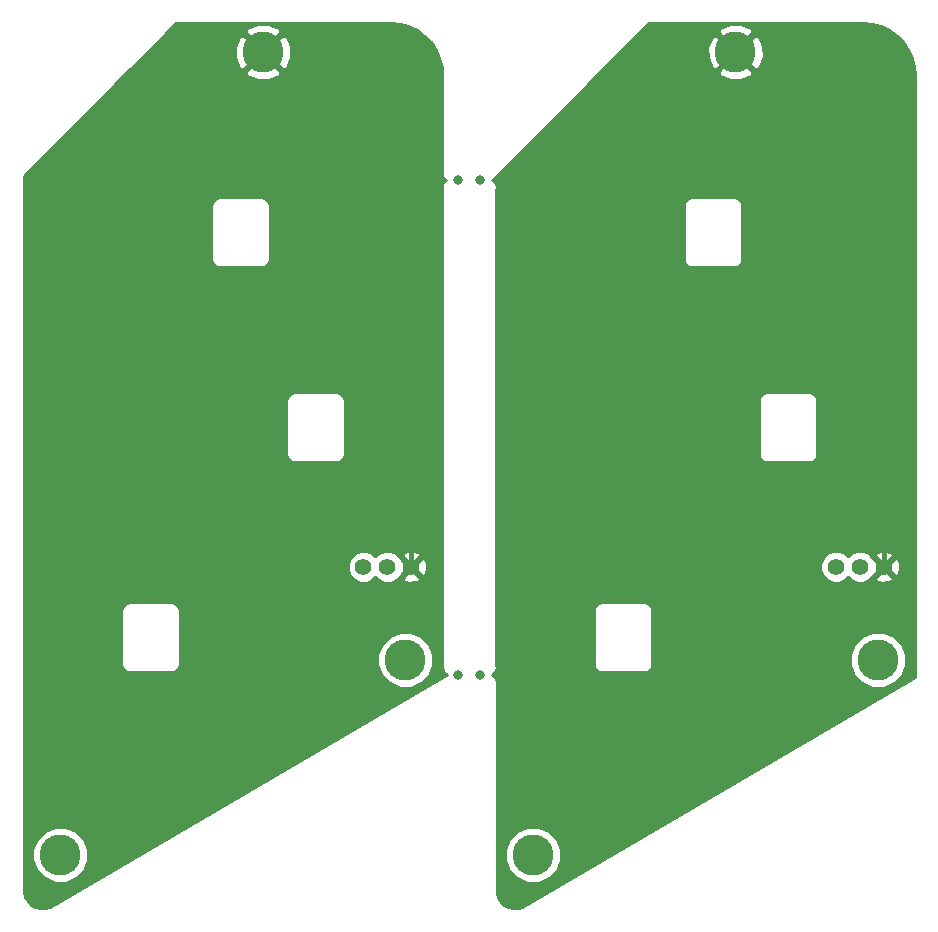
<source format=gtl>
G04 #@! TF.GenerationSoftware,KiCad,Pcbnew,5.0.2-bee76a0~70~ubuntu18.04.1*
G04 #@! TF.CreationDate,2019-06-15T01:44:12+09:00*
G04 #@! TF.ProjectId,shield,73686965-6c64-42e6-9b69-6361645f7063,rev?*
G04 #@! TF.SameCoordinates,Original*
G04 #@! TF.FileFunction,Copper,L1,Top*
G04 #@! TF.FilePolarity,Positive*
%FSLAX46Y46*%
G04 Gerber Fmt 4.6, Leading zero omitted, Abs format (unit mm)*
G04 Created by KiCad (PCBNEW 5.0.2-bee76a0~70~ubuntu18.04.1) date 2019年06月15日 01時44分12秒*
%MOMM*%
%LPD*%
G01*
G04 APERTURE LIST*
G04 #@! TA.AperFunction,ComponentPad*
%ADD10C,1.397000*%
G04 #@! TD*
G04 #@! TA.AperFunction,ComponentPad*
%ADD11C,3.470000*%
G04 #@! TD*
G04 #@! TA.AperFunction,ViaPad*
%ADD12C,0.800000*%
G04 #@! TD*
G04 #@! TA.AperFunction,Conductor*
%ADD13C,0.400000*%
G04 #@! TD*
G04 #@! TA.AperFunction,Conductor*
%ADD14C,0.254000*%
G04 #@! TD*
G04 APERTURE END LIST*
D10*
G04 #@! TO.P,GND,1*
G04 #@! TO.N,GND*
X133858000Y-67691000D03*
G04 #@! TD*
D11*
G04 #@! TO.P,J5,1*
G04 #@! TO.N,GND*
X121285000Y-24130000D03*
G04 #@! TD*
G04 #@! TO.P,J4,1*
G04 #@! TO.N,VCC*
X104140000Y-92075000D03*
G04 #@! TD*
G04 #@! TO.P,J3,1*
G04 #@! TO.N,LED*
X133350000Y-75565000D03*
G04 #@! TD*
D10*
G04 #@! TO.P,VCC,1*
G04 #@! TO.N,VCC*
X129794000Y-67691000D03*
G04 #@! TD*
G04 #@! TO.P,LED,1*
G04 #@! TO.N,LED*
X131826000Y-67691000D03*
G04 #@! TD*
G04 #@! TO.P,GND,1*
G04 #@! TO.N,GND*
X93853000Y-67691000D03*
G04 #@! TD*
G04 #@! TO.P,VCC,1*
G04 #@! TO.N,VCC*
X89789000Y-67691000D03*
G04 #@! TD*
G04 #@! TO.P,LED,1*
G04 #@! TO.N,LED*
X91821000Y-67691000D03*
G04 #@! TD*
D11*
G04 #@! TO.P,J4,1*
G04 #@! TO.N,VCC*
X64135000Y-92075000D03*
G04 #@! TD*
G04 #@! TO.P,J5,1*
G04 #@! TO.N,GND*
X81280000Y-24130000D03*
G04 #@! TD*
G04 #@! TO.P,J3,1*
G04 #@! TO.N,LED*
X93345000Y-75565000D03*
G04 #@! TD*
D12*
G04 #@! TO.N,GND*
X97790000Y-34925000D03*
X99695000Y-34925000D03*
X97790000Y-76835000D03*
X99695000Y-76835000D03*
X90170000Y-72390000D03*
X85090000Y-52070000D03*
X130175000Y-72390000D03*
X125095000Y-52070000D03*
G04 #@! TD*
D13*
G04 #@! TO.N,GND*
X93853000Y-36703000D02*
X93853000Y-67691000D01*
X81280000Y-24130000D02*
X93853000Y-36703000D01*
X133858000Y-36703000D02*
X133858000Y-67691000D01*
X121285000Y-24130000D02*
X133858000Y-36703000D01*
G04 #@! TD*
D14*
G04 #@! TO.N,GND*
G36*
X92848358Y-21736842D02*
X93597277Y-21941723D01*
X94298072Y-22275986D01*
X94928605Y-22729069D01*
X95468934Y-23286645D01*
X95901989Y-23931099D01*
X96214073Y-24642044D01*
X96396640Y-25402493D01*
X96432980Y-25897356D01*
X96420000Y-25962613D01*
X96420001Y-34217607D01*
X96405601Y-34290000D01*
X96462646Y-34576783D01*
X96625095Y-34819905D01*
X96782381Y-34925000D01*
X96625095Y-35030095D01*
X96462646Y-35273217D01*
X96405601Y-35560000D01*
X96445001Y-35758076D01*
X96445000Y-76130074D01*
X96431091Y-76200000D01*
X96486195Y-76477028D01*
X96643119Y-76711881D01*
X96776787Y-76801195D01*
X96827379Y-76835000D01*
X96778203Y-76867859D01*
X63212088Y-96500869D01*
X62826308Y-96605314D01*
X62412704Y-96606388D01*
X62012922Y-96500379D01*
X61654196Y-96294510D01*
X61360974Y-96002807D01*
X61153245Y-95645158D01*
X61035000Y-95208403D01*
X61035000Y-91603578D01*
X61765000Y-91603578D01*
X61765000Y-92546422D01*
X62125811Y-93417497D01*
X62792503Y-94084189D01*
X63663578Y-94445000D01*
X64606422Y-94445000D01*
X65477497Y-94084189D01*
X66144189Y-93417497D01*
X66505000Y-92546422D01*
X66505000Y-91603578D01*
X66144189Y-90732503D01*
X65477497Y-90065811D01*
X64606422Y-89705000D01*
X63663578Y-89705000D01*
X62792503Y-90065811D01*
X62125811Y-90732503D01*
X61765000Y-91603578D01*
X61035000Y-91603578D01*
X61035000Y-71410000D01*
X69281091Y-71410000D01*
X69295000Y-71479926D01*
X69295001Y-75840069D01*
X69281091Y-75910000D01*
X69336195Y-76187028D01*
X69493119Y-76421881D01*
X69727972Y-76578805D01*
X69935074Y-76620000D01*
X69935075Y-76620000D01*
X70005000Y-76633909D01*
X70074926Y-76620000D01*
X73435075Y-76620000D01*
X73505000Y-76633909D01*
X73782028Y-76578805D01*
X74016881Y-76421881D01*
X74173805Y-76187028D01*
X74215000Y-75979926D01*
X74228909Y-75910000D01*
X74215000Y-75840074D01*
X74215000Y-75093578D01*
X90975000Y-75093578D01*
X90975000Y-76036422D01*
X91335811Y-76907497D01*
X92002503Y-77574189D01*
X92873578Y-77935000D01*
X93816422Y-77935000D01*
X94687497Y-77574189D01*
X95354189Y-76907497D01*
X95715000Y-76036422D01*
X95715000Y-75093578D01*
X95354189Y-74222503D01*
X94687497Y-73555811D01*
X93816422Y-73195000D01*
X92873578Y-73195000D01*
X92002503Y-73555811D01*
X91335811Y-74222503D01*
X90975000Y-75093578D01*
X74215000Y-75093578D01*
X74215000Y-71479926D01*
X74228909Y-71410000D01*
X74173805Y-71132972D01*
X74016881Y-70898119D01*
X73782028Y-70741195D01*
X73574926Y-70700000D01*
X73574925Y-70700000D01*
X73505000Y-70686091D01*
X73435074Y-70700000D01*
X70074925Y-70700000D01*
X70005000Y-70686091D01*
X69935074Y-70700000D01*
X69727972Y-70741195D01*
X69493119Y-70898119D01*
X69336195Y-71132972D01*
X69281091Y-71410000D01*
X61035000Y-71410000D01*
X61035000Y-67425750D01*
X88455500Y-67425750D01*
X88455500Y-67956250D01*
X88658513Y-68446367D01*
X89033633Y-68821487D01*
X89523750Y-69024500D01*
X90054250Y-69024500D01*
X90544367Y-68821487D01*
X90805000Y-68560854D01*
X91065633Y-68821487D01*
X91555750Y-69024500D01*
X92086250Y-69024500D01*
X92576367Y-68821487D01*
X92772666Y-68625188D01*
X93098417Y-68625188D01*
X93160071Y-68860800D01*
X93660480Y-69036927D01*
X94190199Y-69008148D01*
X94545929Y-68860800D01*
X94607583Y-68625188D01*
X93853000Y-67870605D01*
X93098417Y-68625188D01*
X92772666Y-68625188D01*
X92951487Y-68446367D01*
X92975146Y-68389249D01*
X93673395Y-67691000D01*
X94032605Y-67691000D01*
X94787188Y-68445583D01*
X95022800Y-68383929D01*
X95198927Y-67883520D01*
X95170148Y-67353801D01*
X95022800Y-66998071D01*
X94787188Y-66936417D01*
X94032605Y-67691000D01*
X93673395Y-67691000D01*
X92975146Y-66992751D01*
X92951487Y-66935633D01*
X92772666Y-66756812D01*
X93098417Y-66756812D01*
X93853000Y-67511395D01*
X94607583Y-66756812D01*
X94545929Y-66521200D01*
X94045520Y-66345073D01*
X93515801Y-66373852D01*
X93160071Y-66521200D01*
X93098417Y-66756812D01*
X92772666Y-66756812D01*
X92576367Y-66560513D01*
X92086250Y-66357500D01*
X91555750Y-66357500D01*
X91065633Y-66560513D01*
X90805000Y-66821146D01*
X90544367Y-66560513D01*
X90054250Y-66357500D01*
X89523750Y-66357500D01*
X89033633Y-66560513D01*
X88658513Y-66935633D01*
X88455500Y-67425750D01*
X61035000Y-67425750D01*
X61035000Y-53630000D01*
X83251091Y-53630000D01*
X83265000Y-53699926D01*
X83265001Y-58060069D01*
X83251091Y-58130000D01*
X83306195Y-58407028D01*
X83463119Y-58641881D01*
X83697972Y-58798805D01*
X83905074Y-58840000D01*
X83905075Y-58840000D01*
X83975000Y-58853909D01*
X84044926Y-58840000D01*
X87405075Y-58840000D01*
X87475000Y-58853909D01*
X87752028Y-58798805D01*
X87986881Y-58641881D01*
X88143805Y-58407028D01*
X88185000Y-58199926D01*
X88198909Y-58130000D01*
X88185000Y-58060074D01*
X88185000Y-53699926D01*
X88198909Y-53630000D01*
X88143805Y-53352972D01*
X87986881Y-53118119D01*
X87752028Y-52961195D01*
X87544926Y-52920000D01*
X87544925Y-52920000D01*
X87475000Y-52906091D01*
X87405074Y-52920000D01*
X84044925Y-52920000D01*
X83975000Y-52906091D01*
X83905074Y-52920000D01*
X83697972Y-52961195D01*
X83463119Y-53118119D01*
X83306195Y-53352972D01*
X83251091Y-53630000D01*
X61035000Y-53630000D01*
X61035000Y-37120000D01*
X76901091Y-37120000D01*
X76915000Y-37189926D01*
X76915001Y-41550069D01*
X76901091Y-41620000D01*
X76956195Y-41897028D01*
X77113119Y-42131881D01*
X77347972Y-42288805D01*
X77555074Y-42330000D01*
X77555075Y-42330000D01*
X77625000Y-42343909D01*
X77694926Y-42330000D01*
X81055075Y-42330000D01*
X81125000Y-42343909D01*
X81402028Y-42288805D01*
X81636881Y-42131881D01*
X81793805Y-41897028D01*
X81835000Y-41689926D01*
X81848909Y-41620000D01*
X81835000Y-41550074D01*
X81835000Y-37189926D01*
X81848909Y-37120000D01*
X81793805Y-36842972D01*
X81636881Y-36608119D01*
X81402028Y-36451195D01*
X81194926Y-36410000D01*
X81194925Y-36410000D01*
X81125000Y-36396091D01*
X81055074Y-36410000D01*
X77694925Y-36410000D01*
X77625000Y-36396091D01*
X77555074Y-36410000D01*
X77347972Y-36451195D01*
X77113119Y-36608119D01*
X76956195Y-36842972D01*
X76901091Y-37120000D01*
X61035000Y-37120000D01*
X61035000Y-34584090D01*
X69805394Y-25813696D01*
X79775909Y-25813696D01*
X79964366Y-26156881D01*
X80840166Y-26506065D01*
X81782927Y-26493514D01*
X82595634Y-26156881D01*
X82784091Y-25813696D01*
X81280000Y-24309605D01*
X79775909Y-25813696D01*
X69805394Y-25813696D01*
X71928925Y-23690166D01*
X78903935Y-23690166D01*
X78916486Y-24632927D01*
X79253119Y-25445634D01*
X79596304Y-25634091D01*
X81100395Y-24130000D01*
X81459605Y-24130000D01*
X82963696Y-25634091D01*
X83306881Y-25445634D01*
X83656065Y-24569834D01*
X83643514Y-23627073D01*
X83306881Y-22814366D01*
X82963696Y-22625909D01*
X81459605Y-24130000D01*
X81100395Y-24130000D01*
X79596304Y-22625909D01*
X79253119Y-22814366D01*
X78903935Y-23690166D01*
X71928925Y-23690166D01*
X73172787Y-22446304D01*
X79775909Y-22446304D01*
X81280000Y-23950395D01*
X82784091Y-22446304D01*
X82595634Y-22103119D01*
X81719834Y-21753935D01*
X80777073Y-21766486D01*
X79964366Y-22103119D01*
X79775909Y-22446304D01*
X73172787Y-22446304D01*
X73954092Y-21665000D01*
X92043382Y-21665000D01*
X92848358Y-21736842D01*
X92848358Y-21736842D01*
G37*
X92848358Y-21736842D02*
X93597277Y-21941723D01*
X94298072Y-22275986D01*
X94928605Y-22729069D01*
X95468934Y-23286645D01*
X95901989Y-23931099D01*
X96214073Y-24642044D01*
X96396640Y-25402493D01*
X96432980Y-25897356D01*
X96420000Y-25962613D01*
X96420001Y-34217607D01*
X96405601Y-34290000D01*
X96462646Y-34576783D01*
X96625095Y-34819905D01*
X96782381Y-34925000D01*
X96625095Y-35030095D01*
X96462646Y-35273217D01*
X96405601Y-35560000D01*
X96445001Y-35758076D01*
X96445000Y-76130074D01*
X96431091Y-76200000D01*
X96486195Y-76477028D01*
X96643119Y-76711881D01*
X96776787Y-76801195D01*
X96827379Y-76835000D01*
X96778203Y-76867859D01*
X63212088Y-96500869D01*
X62826308Y-96605314D01*
X62412704Y-96606388D01*
X62012922Y-96500379D01*
X61654196Y-96294510D01*
X61360974Y-96002807D01*
X61153245Y-95645158D01*
X61035000Y-95208403D01*
X61035000Y-91603578D01*
X61765000Y-91603578D01*
X61765000Y-92546422D01*
X62125811Y-93417497D01*
X62792503Y-94084189D01*
X63663578Y-94445000D01*
X64606422Y-94445000D01*
X65477497Y-94084189D01*
X66144189Y-93417497D01*
X66505000Y-92546422D01*
X66505000Y-91603578D01*
X66144189Y-90732503D01*
X65477497Y-90065811D01*
X64606422Y-89705000D01*
X63663578Y-89705000D01*
X62792503Y-90065811D01*
X62125811Y-90732503D01*
X61765000Y-91603578D01*
X61035000Y-91603578D01*
X61035000Y-71410000D01*
X69281091Y-71410000D01*
X69295000Y-71479926D01*
X69295001Y-75840069D01*
X69281091Y-75910000D01*
X69336195Y-76187028D01*
X69493119Y-76421881D01*
X69727972Y-76578805D01*
X69935074Y-76620000D01*
X69935075Y-76620000D01*
X70005000Y-76633909D01*
X70074926Y-76620000D01*
X73435075Y-76620000D01*
X73505000Y-76633909D01*
X73782028Y-76578805D01*
X74016881Y-76421881D01*
X74173805Y-76187028D01*
X74215000Y-75979926D01*
X74228909Y-75910000D01*
X74215000Y-75840074D01*
X74215000Y-75093578D01*
X90975000Y-75093578D01*
X90975000Y-76036422D01*
X91335811Y-76907497D01*
X92002503Y-77574189D01*
X92873578Y-77935000D01*
X93816422Y-77935000D01*
X94687497Y-77574189D01*
X95354189Y-76907497D01*
X95715000Y-76036422D01*
X95715000Y-75093578D01*
X95354189Y-74222503D01*
X94687497Y-73555811D01*
X93816422Y-73195000D01*
X92873578Y-73195000D01*
X92002503Y-73555811D01*
X91335811Y-74222503D01*
X90975000Y-75093578D01*
X74215000Y-75093578D01*
X74215000Y-71479926D01*
X74228909Y-71410000D01*
X74173805Y-71132972D01*
X74016881Y-70898119D01*
X73782028Y-70741195D01*
X73574926Y-70700000D01*
X73574925Y-70700000D01*
X73505000Y-70686091D01*
X73435074Y-70700000D01*
X70074925Y-70700000D01*
X70005000Y-70686091D01*
X69935074Y-70700000D01*
X69727972Y-70741195D01*
X69493119Y-70898119D01*
X69336195Y-71132972D01*
X69281091Y-71410000D01*
X61035000Y-71410000D01*
X61035000Y-67425750D01*
X88455500Y-67425750D01*
X88455500Y-67956250D01*
X88658513Y-68446367D01*
X89033633Y-68821487D01*
X89523750Y-69024500D01*
X90054250Y-69024500D01*
X90544367Y-68821487D01*
X90805000Y-68560854D01*
X91065633Y-68821487D01*
X91555750Y-69024500D01*
X92086250Y-69024500D01*
X92576367Y-68821487D01*
X92772666Y-68625188D01*
X93098417Y-68625188D01*
X93160071Y-68860800D01*
X93660480Y-69036927D01*
X94190199Y-69008148D01*
X94545929Y-68860800D01*
X94607583Y-68625188D01*
X93853000Y-67870605D01*
X93098417Y-68625188D01*
X92772666Y-68625188D01*
X92951487Y-68446367D01*
X92975146Y-68389249D01*
X93673395Y-67691000D01*
X94032605Y-67691000D01*
X94787188Y-68445583D01*
X95022800Y-68383929D01*
X95198927Y-67883520D01*
X95170148Y-67353801D01*
X95022800Y-66998071D01*
X94787188Y-66936417D01*
X94032605Y-67691000D01*
X93673395Y-67691000D01*
X92975146Y-66992751D01*
X92951487Y-66935633D01*
X92772666Y-66756812D01*
X93098417Y-66756812D01*
X93853000Y-67511395D01*
X94607583Y-66756812D01*
X94545929Y-66521200D01*
X94045520Y-66345073D01*
X93515801Y-66373852D01*
X93160071Y-66521200D01*
X93098417Y-66756812D01*
X92772666Y-66756812D01*
X92576367Y-66560513D01*
X92086250Y-66357500D01*
X91555750Y-66357500D01*
X91065633Y-66560513D01*
X90805000Y-66821146D01*
X90544367Y-66560513D01*
X90054250Y-66357500D01*
X89523750Y-66357500D01*
X89033633Y-66560513D01*
X88658513Y-66935633D01*
X88455500Y-67425750D01*
X61035000Y-67425750D01*
X61035000Y-53630000D01*
X83251091Y-53630000D01*
X83265000Y-53699926D01*
X83265001Y-58060069D01*
X83251091Y-58130000D01*
X83306195Y-58407028D01*
X83463119Y-58641881D01*
X83697972Y-58798805D01*
X83905074Y-58840000D01*
X83905075Y-58840000D01*
X83975000Y-58853909D01*
X84044926Y-58840000D01*
X87405075Y-58840000D01*
X87475000Y-58853909D01*
X87752028Y-58798805D01*
X87986881Y-58641881D01*
X88143805Y-58407028D01*
X88185000Y-58199926D01*
X88198909Y-58130000D01*
X88185000Y-58060074D01*
X88185000Y-53699926D01*
X88198909Y-53630000D01*
X88143805Y-53352972D01*
X87986881Y-53118119D01*
X87752028Y-52961195D01*
X87544926Y-52920000D01*
X87544925Y-52920000D01*
X87475000Y-52906091D01*
X87405074Y-52920000D01*
X84044925Y-52920000D01*
X83975000Y-52906091D01*
X83905074Y-52920000D01*
X83697972Y-52961195D01*
X83463119Y-53118119D01*
X83306195Y-53352972D01*
X83251091Y-53630000D01*
X61035000Y-53630000D01*
X61035000Y-37120000D01*
X76901091Y-37120000D01*
X76915000Y-37189926D01*
X76915001Y-41550069D01*
X76901091Y-41620000D01*
X76956195Y-41897028D01*
X77113119Y-42131881D01*
X77347972Y-42288805D01*
X77555074Y-42330000D01*
X77555075Y-42330000D01*
X77625000Y-42343909D01*
X77694926Y-42330000D01*
X81055075Y-42330000D01*
X81125000Y-42343909D01*
X81402028Y-42288805D01*
X81636881Y-42131881D01*
X81793805Y-41897028D01*
X81835000Y-41689926D01*
X81848909Y-41620000D01*
X81835000Y-41550074D01*
X81835000Y-37189926D01*
X81848909Y-37120000D01*
X81793805Y-36842972D01*
X81636881Y-36608119D01*
X81402028Y-36451195D01*
X81194926Y-36410000D01*
X81194925Y-36410000D01*
X81125000Y-36396091D01*
X81055074Y-36410000D01*
X77694925Y-36410000D01*
X77625000Y-36396091D01*
X77555074Y-36410000D01*
X77347972Y-36451195D01*
X77113119Y-36608119D01*
X76956195Y-36842972D01*
X76901091Y-37120000D01*
X61035000Y-37120000D01*
X61035000Y-34584090D01*
X69805394Y-25813696D01*
X79775909Y-25813696D01*
X79964366Y-26156881D01*
X80840166Y-26506065D01*
X81782927Y-26493514D01*
X82595634Y-26156881D01*
X82784091Y-25813696D01*
X81280000Y-24309605D01*
X79775909Y-25813696D01*
X69805394Y-25813696D01*
X71928925Y-23690166D01*
X78903935Y-23690166D01*
X78916486Y-24632927D01*
X79253119Y-25445634D01*
X79596304Y-25634091D01*
X81100395Y-24130000D01*
X81459605Y-24130000D01*
X82963696Y-25634091D01*
X83306881Y-25445634D01*
X83656065Y-24569834D01*
X83643514Y-23627073D01*
X83306881Y-22814366D01*
X82963696Y-22625909D01*
X81459605Y-24130000D01*
X81100395Y-24130000D01*
X79596304Y-22625909D01*
X79253119Y-22814366D01*
X78903935Y-23690166D01*
X71928925Y-23690166D01*
X73172787Y-22446304D01*
X79775909Y-22446304D01*
X81280000Y-23950395D01*
X82784091Y-22446304D01*
X82595634Y-22103119D01*
X81719834Y-21753935D01*
X80777073Y-21766486D01*
X79964366Y-22103119D01*
X79775909Y-22446304D01*
X73172787Y-22446304D01*
X73954092Y-21665000D01*
X92043382Y-21665000D01*
X92848358Y-21736842D01*
G36*
X132853358Y-21736842D02*
X133602277Y-21941723D01*
X134303072Y-22275986D01*
X134933605Y-22729069D01*
X135473934Y-23286645D01*
X135906989Y-23931099D01*
X136219073Y-24642044D01*
X136401640Y-25402493D01*
X136450000Y-26061031D01*
X136450001Y-77062750D01*
X103217088Y-96500869D01*
X102831308Y-96605314D01*
X102417704Y-96606388D01*
X102017922Y-96500379D01*
X101659196Y-96294510D01*
X101365974Y-96002807D01*
X101158245Y-95645158D01*
X101065000Y-95300744D01*
X101065000Y-91603578D01*
X101770000Y-91603578D01*
X101770000Y-92546422D01*
X102130811Y-93417497D01*
X102797503Y-94084189D01*
X103668578Y-94445000D01*
X104611422Y-94445000D01*
X105482497Y-94084189D01*
X106149189Y-93417497D01*
X106510000Y-92546422D01*
X106510000Y-91603578D01*
X106149189Y-90732503D01*
X105482497Y-90065811D01*
X104611422Y-89705000D01*
X103668578Y-89705000D01*
X102797503Y-90065811D01*
X102130811Y-90732503D01*
X101770000Y-91603578D01*
X101065000Y-91603578D01*
X101065000Y-77397612D01*
X101022354Y-77183217D01*
X100859905Y-76940095D01*
X100680120Y-76819967D01*
X100841881Y-76711881D01*
X100998805Y-76477028D01*
X101053909Y-76200000D01*
X101040000Y-76130074D01*
X101040000Y-71410000D01*
X109286091Y-71410000D01*
X109300000Y-71479926D01*
X109300001Y-75840069D01*
X109286091Y-75910000D01*
X109341195Y-76187028D01*
X109498119Y-76421881D01*
X109732972Y-76578805D01*
X109940074Y-76620000D01*
X109940075Y-76620000D01*
X110010000Y-76633909D01*
X110079926Y-76620000D01*
X113440075Y-76620000D01*
X113510000Y-76633909D01*
X113787028Y-76578805D01*
X114021881Y-76421881D01*
X114178805Y-76187028D01*
X114220000Y-75979926D01*
X114233909Y-75910000D01*
X114220000Y-75840074D01*
X114220000Y-75093578D01*
X130980000Y-75093578D01*
X130980000Y-76036422D01*
X131340811Y-76907497D01*
X132007503Y-77574189D01*
X132878578Y-77935000D01*
X133821422Y-77935000D01*
X134692497Y-77574189D01*
X135359189Y-76907497D01*
X135720000Y-76036422D01*
X135720000Y-75093578D01*
X135359189Y-74222503D01*
X134692497Y-73555811D01*
X133821422Y-73195000D01*
X132878578Y-73195000D01*
X132007503Y-73555811D01*
X131340811Y-74222503D01*
X130980000Y-75093578D01*
X114220000Y-75093578D01*
X114220000Y-71479926D01*
X114233909Y-71410000D01*
X114178805Y-71132972D01*
X114021881Y-70898119D01*
X113787028Y-70741195D01*
X113579926Y-70700000D01*
X113579925Y-70700000D01*
X113510000Y-70686091D01*
X113440074Y-70700000D01*
X110079925Y-70700000D01*
X110010000Y-70686091D01*
X109940074Y-70700000D01*
X109732972Y-70741195D01*
X109498119Y-70898119D01*
X109341195Y-71132972D01*
X109286091Y-71410000D01*
X101040000Y-71410000D01*
X101040000Y-67425750D01*
X128460500Y-67425750D01*
X128460500Y-67956250D01*
X128663513Y-68446367D01*
X129038633Y-68821487D01*
X129528750Y-69024500D01*
X130059250Y-69024500D01*
X130549367Y-68821487D01*
X130810000Y-68560854D01*
X131070633Y-68821487D01*
X131560750Y-69024500D01*
X132091250Y-69024500D01*
X132581367Y-68821487D01*
X132777666Y-68625188D01*
X133103417Y-68625188D01*
X133165071Y-68860800D01*
X133665480Y-69036927D01*
X134195199Y-69008148D01*
X134550929Y-68860800D01*
X134612583Y-68625188D01*
X133858000Y-67870605D01*
X133103417Y-68625188D01*
X132777666Y-68625188D01*
X132956487Y-68446367D01*
X132980146Y-68389249D01*
X133678395Y-67691000D01*
X134037605Y-67691000D01*
X134792188Y-68445583D01*
X135027800Y-68383929D01*
X135203927Y-67883520D01*
X135175148Y-67353801D01*
X135027800Y-66998071D01*
X134792188Y-66936417D01*
X134037605Y-67691000D01*
X133678395Y-67691000D01*
X132980146Y-66992751D01*
X132956487Y-66935633D01*
X132777666Y-66756812D01*
X133103417Y-66756812D01*
X133858000Y-67511395D01*
X134612583Y-66756812D01*
X134550929Y-66521200D01*
X134050520Y-66345073D01*
X133520801Y-66373852D01*
X133165071Y-66521200D01*
X133103417Y-66756812D01*
X132777666Y-66756812D01*
X132581367Y-66560513D01*
X132091250Y-66357500D01*
X131560750Y-66357500D01*
X131070633Y-66560513D01*
X130810000Y-66821146D01*
X130549367Y-66560513D01*
X130059250Y-66357500D01*
X129528750Y-66357500D01*
X129038633Y-66560513D01*
X128663513Y-66935633D01*
X128460500Y-67425750D01*
X101040000Y-67425750D01*
X101040000Y-53630000D01*
X123256091Y-53630000D01*
X123270000Y-53699926D01*
X123270001Y-58060069D01*
X123256091Y-58130000D01*
X123311195Y-58407028D01*
X123468119Y-58641881D01*
X123702972Y-58798805D01*
X123910074Y-58840000D01*
X123910075Y-58840000D01*
X123980000Y-58853909D01*
X124049926Y-58840000D01*
X127410075Y-58840000D01*
X127480000Y-58853909D01*
X127757028Y-58798805D01*
X127991881Y-58641881D01*
X128148805Y-58407028D01*
X128190000Y-58199926D01*
X128203909Y-58130000D01*
X128190000Y-58060074D01*
X128190000Y-53699926D01*
X128203909Y-53630000D01*
X128148805Y-53352972D01*
X127991881Y-53118119D01*
X127757028Y-52961195D01*
X127549926Y-52920000D01*
X127549925Y-52920000D01*
X127480000Y-52906091D01*
X127410074Y-52920000D01*
X124049925Y-52920000D01*
X123980000Y-52906091D01*
X123910074Y-52920000D01*
X123702972Y-52961195D01*
X123468119Y-53118119D01*
X123311195Y-53352972D01*
X123256091Y-53630000D01*
X101040000Y-53630000D01*
X101040000Y-37120000D01*
X116906091Y-37120000D01*
X116920000Y-37189926D01*
X116920001Y-41550069D01*
X116906091Y-41620000D01*
X116961195Y-41897028D01*
X117118119Y-42131881D01*
X117352972Y-42288805D01*
X117560074Y-42330000D01*
X117560075Y-42330000D01*
X117630000Y-42343909D01*
X117699926Y-42330000D01*
X121060075Y-42330000D01*
X121130000Y-42343909D01*
X121407028Y-42288805D01*
X121641881Y-42131881D01*
X121798805Y-41897028D01*
X121840000Y-41689926D01*
X121853909Y-41620000D01*
X121840000Y-41550074D01*
X121840000Y-37189926D01*
X121853909Y-37120000D01*
X121798805Y-36842972D01*
X121641881Y-36608119D01*
X121407028Y-36451195D01*
X121199926Y-36410000D01*
X121199925Y-36410000D01*
X121130000Y-36396091D01*
X121060074Y-36410000D01*
X117699925Y-36410000D01*
X117630000Y-36396091D01*
X117560074Y-36410000D01*
X117352972Y-36451195D01*
X117118119Y-36608119D01*
X116961195Y-36842972D01*
X116906091Y-37120000D01*
X101040000Y-37120000D01*
X101040000Y-35758071D01*
X101079399Y-35560000D01*
X101022354Y-35273217D01*
X100859905Y-35030095D01*
X100702619Y-34925000D01*
X100859905Y-34819905D01*
X100972107Y-34651983D01*
X109810394Y-25813696D01*
X119780909Y-25813696D01*
X119969366Y-26156881D01*
X120845166Y-26506065D01*
X121787927Y-26493514D01*
X122600634Y-26156881D01*
X122789091Y-25813696D01*
X121285000Y-24309605D01*
X119780909Y-25813696D01*
X109810394Y-25813696D01*
X111933925Y-23690166D01*
X118908935Y-23690166D01*
X118921486Y-24632927D01*
X119258119Y-25445634D01*
X119601304Y-25634091D01*
X121105395Y-24130000D01*
X121464605Y-24130000D01*
X122968696Y-25634091D01*
X123311881Y-25445634D01*
X123661065Y-24569834D01*
X123648514Y-23627073D01*
X123311881Y-22814366D01*
X122968696Y-22625909D01*
X121464605Y-24130000D01*
X121105395Y-24130000D01*
X119601304Y-22625909D01*
X119258119Y-22814366D01*
X118908935Y-23690166D01*
X111933925Y-23690166D01*
X113177787Y-22446304D01*
X119780909Y-22446304D01*
X121285000Y-23950395D01*
X122789091Y-22446304D01*
X122600634Y-22103119D01*
X121724834Y-21753935D01*
X120782073Y-21766486D01*
X119969366Y-22103119D01*
X119780909Y-22446304D01*
X113177787Y-22446304D01*
X113959092Y-21665000D01*
X132048382Y-21665000D01*
X132853358Y-21736842D01*
X132853358Y-21736842D01*
G37*
X132853358Y-21736842D02*
X133602277Y-21941723D01*
X134303072Y-22275986D01*
X134933605Y-22729069D01*
X135473934Y-23286645D01*
X135906989Y-23931099D01*
X136219073Y-24642044D01*
X136401640Y-25402493D01*
X136450000Y-26061031D01*
X136450001Y-77062750D01*
X103217088Y-96500869D01*
X102831308Y-96605314D01*
X102417704Y-96606388D01*
X102017922Y-96500379D01*
X101659196Y-96294510D01*
X101365974Y-96002807D01*
X101158245Y-95645158D01*
X101065000Y-95300744D01*
X101065000Y-91603578D01*
X101770000Y-91603578D01*
X101770000Y-92546422D01*
X102130811Y-93417497D01*
X102797503Y-94084189D01*
X103668578Y-94445000D01*
X104611422Y-94445000D01*
X105482497Y-94084189D01*
X106149189Y-93417497D01*
X106510000Y-92546422D01*
X106510000Y-91603578D01*
X106149189Y-90732503D01*
X105482497Y-90065811D01*
X104611422Y-89705000D01*
X103668578Y-89705000D01*
X102797503Y-90065811D01*
X102130811Y-90732503D01*
X101770000Y-91603578D01*
X101065000Y-91603578D01*
X101065000Y-77397612D01*
X101022354Y-77183217D01*
X100859905Y-76940095D01*
X100680120Y-76819967D01*
X100841881Y-76711881D01*
X100998805Y-76477028D01*
X101053909Y-76200000D01*
X101040000Y-76130074D01*
X101040000Y-71410000D01*
X109286091Y-71410000D01*
X109300000Y-71479926D01*
X109300001Y-75840069D01*
X109286091Y-75910000D01*
X109341195Y-76187028D01*
X109498119Y-76421881D01*
X109732972Y-76578805D01*
X109940074Y-76620000D01*
X109940075Y-76620000D01*
X110010000Y-76633909D01*
X110079926Y-76620000D01*
X113440075Y-76620000D01*
X113510000Y-76633909D01*
X113787028Y-76578805D01*
X114021881Y-76421881D01*
X114178805Y-76187028D01*
X114220000Y-75979926D01*
X114233909Y-75910000D01*
X114220000Y-75840074D01*
X114220000Y-75093578D01*
X130980000Y-75093578D01*
X130980000Y-76036422D01*
X131340811Y-76907497D01*
X132007503Y-77574189D01*
X132878578Y-77935000D01*
X133821422Y-77935000D01*
X134692497Y-77574189D01*
X135359189Y-76907497D01*
X135720000Y-76036422D01*
X135720000Y-75093578D01*
X135359189Y-74222503D01*
X134692497Y-73555811D01*
X133821422Y-73195000D01*
X132878578Y-73195000D01*
X132007503Y-73555811D01*
X131340811Y-74222503D01*
X130980000Y-75093578D01*
X114220000Y-75093578D01*
X114220000Y-71479926D01*
X114233909Y-71410000D01*
X114178805Y-71132972D01*
X114021881Y-70898119D01*
X113787028Y-70741195D01*
X113579926Y-70700000D01*
X113579925Y-70700000D01*
X113510000Y-70686091D01*
X113440074Y-70700000D01*
X110079925Y-70700000D01*
X110010000Y-70686091D01*
X109940074Y-70700000D01*
X109732972Y-70741195D01*
X109498119Y-70898119D01*
X109341195Y-71132972D01*
X109286091Y-71410000D01*
X101040000Y-71410000D01*
X101040000Y-67425750D01*
X128460500Y-67425750D01*
X128460500Y-67956250D01*
X128663513Y-68446367D01*
X129038633Y-68821487D01*
X129528750Y-69024500D01*
X130059250Y-69024500D01*
X130549367Y-68821487D01*
X130810000Y-68560854D01*
X131070633Y-68821487D01*
X131560750Y-69024500D01*
X132091250Y-69024500D01*
X132581367Y-68821487D01*
X132777666Y-68625188D01*
X133103417Y-68625188D01*
X133165071Y-68860800D01*
X133665480Y-69036927D01*
X134195199Y-69008148D01*
X134550929Y-68860800D01*
X134612583Y-68625188D01*
X133858000Y-67870605D01*
X133103417Y-68625188D01*
X132777666Y-68625188D01*
X132956487Y-68446367D01*
X132980146Y-68389249D01*
X133678395Y-67691000D01*
X134037605Y-67691000D01*
X134792188Y-68445583D01*
X135027800Y-68383929D01*
X135203927Y-67883520D01*
X135175148Y-67353801D01*
X135027800Y-66998071D01*
X134792188Y-66936417D01*
X134037605Y-67691000D01*
X133678395Y-67691000D01*
X132980146Y-66992751D01*
X132956487Y-66935633D01*
X132777666Y-66756812D01*
X133103417Y-66756812D01*
X133858000Y-67511395D01*
X134612583Y-66756812D01*
X134550929Y-66521200D01*
X134050520Y-66345073D01*
X133520801Y-66373852D01*
X133165071Y-66521200D01*
X133103417Y-66756812D01*
X132777666Y-66756812D01*
X132581367Y-66560513D01*
X132091250Y-66357500D01*
X131560750Y-66357500D01*
X131070633Y-66560513D01*
X130810000Y-66821146D01*
X130549367Y-66560513D01*
X130059250Y-66357500D01*
X129528750Y-66357500D01*
X129038633Y-66560513D01*
X128663513Y-66935633D01*
X128460500Y-67425750D01*
X101040000Y-67425750D01*
X101040000Y-53630000D01*
X123256091Y-53630000D01*
X123270000Y-53699926D01*
X123270001Y-58060069D01*
X123256091Y-58130000D01*
X123311195Y-58407028D01*
X123468119Y-58641881D01*
X123702972Y-58798805D01*
X123910074Y-58840000D01*
X123910075Y-58840000D01*
X123980000Y-58853909D01*
X124049926Y-58840000D01*
X127410075Y-58840000D01*
X127480000Y-58853909D01*
X127757028Y-58798805D01*
X127991881Y-58641881D01*
X128148805Y-58407028D01*
X128190000Y-58199926D01*
X128203909Y-58130000D01*
X128190000Y-58060074D01*
X128190000Y-53699926D01*
X128203909Y-53630000D01*
X128148805Y-53352972D01*
X127991881Y-53118119D01*
X127757028Y-52961195D01*
X127549926Y-52920000D01*
X127549925Y-52920000D01*
X127480000Y-52906091D01*
X127410074Y-52920000D01*
X124049925Y-52920000D01*
X123980000Y-52906091D01*
X123910074Y-52920000D01*
X123702972Y-52961195D01*
X123468119Y-53118119D01*
X123311195Y-53352972D01*
X123256091Y-53630000D01*
X101040000Y-53630000D01*
X101040000Y-37120000D01*
X116906091Y-37120000D01*
X116920000Y-37189926D01*
X116920001Y-41550069D01*
X116906091Y-41620000D01*
X116961195Y-41897028D01*
X117118119Y-42131881D01*
X117352972Y-42288805D01*
X117560074Y-42330000D01*
X117560075Y-42330000D01*
X117630000Y-42343909D01*
X117699926Y-42330000D01*
X121060075Y-42330000D01*
X121130000Y-42343909D01*
X121407028Y-42288805D01*
X121641881Y-42131881D01*
X121798805Y-41897028D01*
X121840000Y-41689926D01*
X121853909Y-41620000D01*
X121840000Y-41550074D01*
X121840000Y-37189926D01*
X121853909Y-37120000D01*
X121798805Y-36842972D01*
X121641881Y-36608119D01*
X121407028Y-36451195D01*
X121199926Y-36410000D01*
X121199925Y-36410000D01*
X121130000Y-36396091D01*
X121060074Y-36410000D01*
X117699925Y-36410000D01*
X117630000Y-36396091D01*
X117560074Y-36410000D01*
X117352972Y-36451195D01*
X117118119Y-36608119D01*
X116961195Y-36842972D01*
X116906091Y-37120000D01*
X101040000Y-37120000D01*
X101040000Y-35758071D01*
X101079399Y-35560000D01*
X101022354Y-35273217D01*
X100859905Y-35030095D01*
X100702619Y-34925000D01*
X100859905Y-34819905D01*
X100972107Y-34651983D01*
X109810394Y-25813696D01*
X119780909Y-25813696D01*
X119969366Y-26156881D01*
X120845166Y-26506065D01*
X121787927Y-26493514D01*
X122600634Y-26156881D01*
X122789091Y-25813696D01*
X121285000Y-24309605D01*
X119780909Y-25813696D01*
X109810394Y-25813696D01*
X111933925Y-23690166D01*
X118908935Y-23690166D01*
X118921486Y-24632927D01*
X119258119Y-25445634D01*
X119601304Y-25634091D01*
X121105395Y-24130000D01*
X121464605Y-24130000D01*
X122968696Y-25634091D01*
X123311881Y-25445634D01*
X123661065Y-24569834D01*
X123648514Y-23627073D01*
X123311881Y-22814366D01*
X122968696Y-22625909D01*
X121464605Y-24130000D01*
X121105395Y-24130000D01*
X119601304Y-22625909D01*
X119258119Y-22814366D01*
X118908935Y-23690166D01*
X111933925Y-23690166D01*
X113177787Y-22446304D01*
X119780909Y-22446304D01*
X121285000Y-23950395D01*
X122789091Y-22446304D01*
X122600634Y-22103119D01*
X121724834Y-21753935D01*
X120782073Y-21766486D01*
X119969366Y-22103119D01*
X119780909Y-22446304D01*
X113177787Y-22446304D01*
X113959092Y-21665000D01*
X132048382Y-21665000D01*
X132853358Y-21736842D01*
G04 #@! TD*
M02*

</source>
